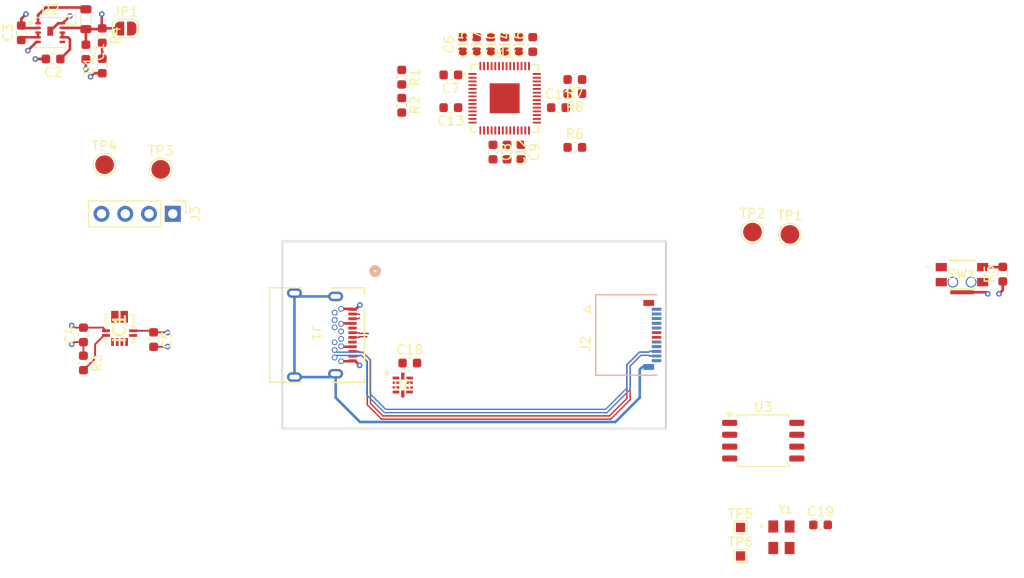
<source format=kicad_pcb>
(kicad_pcb (version 20241229) (generator "pcbnew") (generator_version "9.0")
  (layers (0 "F.Cu" signal) (4 "In1.Cu" signal) (6 "In2.Cu" signal) (2 "B.Cu" signal) (13 "F.Paste" user) (15 "B.Paste" user) (5 "F.SilkS" user "F.Silkscreen") (7 "B.SilkS" user "B.Silkscreen") (1 "F.Mask" user) (3 "B.Mask" user) (25 "Edge.Cuts" user))
  (net 0 "")
  (net 1 "/Vout")
  (net 2 "GND")
  (net 3 "VBUS_SRC")
  (net 4 "Net-(U2-FSW)")
  (net 5 "+3.3V")
  (net 6 "Net-(D1-A)")
  (net 7 "Net-(IC1-~{OCD})")
  (net 11 "VBUS_DEV")
  (net 12 "/Vcurr")
  (net 14 "/SDA")
  (net 15 "/SCL")
  (net 16 "Net-(U2-VOUT)")
  (net 17 "/Vmeas")
  (net 18 "/button1")
  (net 19 "/USB_S")
  (net 20 "/RP_D-")
  (net 21 "/RP_D+")
  (net 26 "Net-(R13-Pad1)")
  (net 31 "/QSPI_SD0")
  (net 37 "/QSPI_SS")
  (net 38 "Net-(U1-USB_DP)")
  (net 39 "/QSPI_SCLK")
  (net 49 "/QSPI_SD1")
  (net 50 "/QSPI_SD3")
  (net 51 "/QSPI_SD2")
  (net 59 "/DEV_D-")
  (net 60 "/D-")
  (net 61 "/D+")
  (net 62 "/DEV_D+")
  (net 63 "/TX1+")
  (net 64 "/TX2+")
  (net 65 "/CC2")
  (net 66 "/RX1+")
  (net 67 "/RX2-")
  (net 68 "/CC1")
  (net 69 "/SBU1")
  (net 70 "/RX2+")
  (net 71 "/SBU2")
  (net 72 "/TX1-")
  (net 73 "/RX1-")
  (net 74 "/TX2-")
  (net 80 "/USB_Shield")
  (net 81 "/DVDD")
  (net 82 "/XOUT")
  (net 83 "/XIN")
  (net 84 "Net-(U1-USB_DM)")
  (net 85 "Net-(C21-Pad1)")
  (footprint "TestPoint:TestPoint_Pad_1.0x1.0mm" (layer "F.Cu") (at 175.975 121.62)
    (property "Reference" "TP6" (at 0 -1.448 0) (layer "F.SilkS"))
    (property "Value" "TestPoint")
    (pad "1" smd rect (at 0 0) (size 1 1) (layers "F.Cu" "F.Mask") (net 2 "GND"))
  )
  (footprint "MCS1826GQTE-05-P:MCS1826GQTE05P" (layer "F.Cu") (at 109.6 97.3 -90)
    (property "Reference" "IC1" (at 0 0 270) (layer "F.SilkS") (effects (font (size 1.27 1.27) (thickness 0.254))))
    (property "Value" "MCS1826GQTE-05-P" (hide yes))
    (pad "1" smd rect (at -1.24 -0.5) (size 0.8 1.27) (layers "F.Cu" "F.Mask" "F.Paste") (net 3 "VBUS_SRC"))
    (pad "4" smd rect (at -1.24 0.5) (size 0.8 1.27) (layers "F.Cu" "F.Mask" "F.Paste") (net 11 "VBUS_DEV"))
    (pad "5" smd rect (at 0.25 1.45 270) (size 0.3 0.85) (layers "F.Cu" "F.Mask" "F.Paste") (net 2 "GND"))
    (pad "6" smd rect (at 0.75 1.45 270) (size 0.3 0.85) (layers "F.Cu" "F.Mask" "F.Paste") (net 7 "Net-(IC1-~{OCD})"))
    (pad "7" smd rect (at 1.45 0.75) (size 0.3 0.85) (layers "F.Cu" "F.Mask" "F.Paste"))
    (pad "8" smd rect (at 1.45 0.25) (size 0.3 0.85) (layers "F.Cu" "F.Mask" "F.Paste"))
    (pad "9" smd rect (at 1.45 -0.25) (size 0.3 0.85) (layers "F.Cu" "F.Mask" "F.Paste"))
    (pad "10" smd rect (at 1.45 -0.75) (size 0.3 0.85) (layers "F.Cu" "F.Mask" "F.Paste"))
    (pad "11" smd rect (at 0.75 -1.45 270) (size 0.3 0.85) (layers "F.Cu" "F.Mask" "F.Paste") (net 12 "/Vcurr"))
    (pad "12" smd rect (at 0.25 -1.45 270) (size 0.3 0.85) (layers "F.Cu" "F.Mask" "F.Paste") (net 5 "+3.3V"))
  )
  (footprint "Capacitor_SMD:C_0603_1608Metric" (layer "F.Cu") (at 106 67.75 -90)
    (property "Reference" "C1" (at 0 -1.43 90) (layer "F.SilkS"))
    (property "Value" "2.2uF")
    (pad "1" smd roundrect (at -0.775 0 270) (size 0.9 0.95) (layers "F.Cu" "F.Mask" "F.Paste") (net 1 "/Vout"))
    (pad "2" smd roundrect (at 0.775 0 270) (size 0.9 0.95) (layers "F.Cu" "F.Mask" "F.Paste") (net 2 "GND"))
  )
  (footprint "TS3USB221AQRSERQ1:RSE10" (layer "F.Cu") (at 139.8726 103.35)
    (property "Reference" "U4" (at 0 0 0) (layer "F.SilkS"))
    (property "Value" "TS3USB221AQRSERQ1")
    (fp_text user "*" (at -1.7148 -1 0) (layer "F.SilkS"))
    (fp_text user "*" (at -1.7148 -1 0) (layer "F.SilkS"))
    (pad "1" smd rect (at -0.7274 -0.750001 90) (size 0.3 0.7048) (layers "F.Cu" "F.Mask" "F.Paste") (net 21 "/RP_D+"))
    (pad "2" smd rect (at -0.7274 -0.25 90) (size 0.249936 0.70485) (layers "F.Cu" "F.Mask" "F.Paste") (net 20 "/RP_D-"))
    (pad "3" smd rect (at -0.7274 0.25 90) (size 0.249936 0.70485) (layers "F.Cu" "F.Mask" "F.Paste") (net 62 "/DEV_D+"))
    (pad "4" smd rect (at -0.7274 0.750001 90) (size 0.3 0.7048) (layers "F.Cu" "F.Mask" "F.Paste") (net 59 "/DEV_D-"))
    (pad "5" smd rect (at 0 0.952444) (size 0.350012 0.754888) (layers "F.Cu" "F.Mask" "F.Paste") (net 2 "GND"))
    (pad "6" smd rect (at 0.7274 0.750001 90) (size 0.3 0.7048) (layers "F.Cu" "F.Mask" "F.Paste") (net 2 "GND"))
    (pad "7" smd rect (at 0.7274 0.25 90) (size 0.249936 0.70485) (layers "F.Cu" "F.Mask" "F.Paste") (net 60 "/D-"))
    (pad "8" smd rect (at 0.7274 -0.25 90) (size 0.249936 0.70485) (layers "F.Cu" "F.Mask" "F.Paste") (net 61 "/D+"))
    (pad "9" smd rect (at 0.7274 -0.750001 90) (size 0.3 0.7048) (layers "F.Cu" "F.Mask" "F.Paste") (net 19 "/USB_S"))
    (pad "10" smd rect (at 0 -0.952444) (size 0.350012 0.754888) (layers "F.Cu" "F.Mask" "F.Paste") (net 5 "+3.3V"))
  )
  (footprint "Capacitor_SMD:C_0603_1608Metric" (layer "F.Cu") (at 149.5125 78.45 -90)
    (property "Reference" "C8" (at 0 -1.43 90) (layer "F.SilkS"))
    (property "Value" "100nF")
    (pad "1" smd roundrect (at -0.775 0 270) (size 0.9 0.95) (layers "F.Cu" "F.Mask" "F.Paste") (net 81 "/DVDD"))
    (pad "2" smd roundrect (at 0.775 0 270) (size 0.9 0.95) (layers "F.Cu" "F.Mask" "F.Paste") (net 2 "GND"))
  )
  (footprint "Connector_PinHeader_2.54mm:PinHeader_1x04_P2.54mm_Vertical" (layer "F.Cu") (at 115.29 85.05 -90)
    (property "Reference" "J3" (at 0 -2.38 90) (layer "F.SilkS"))
    (property "Value" "OLED")
    (pad "1" thru_hole rect (at 0 0 270) (size 1.7 1.7) (drill 1) (layers "*.Cu" "*.Mask") (net 14 "/SDA"))
    (pad "2" thru_hole circle (at 0 2.54 270) (size 1.7 1.7) (drill 1) (layers "*.Cu" "*.Mask") (net 15 "/SCL"))
    (pad "3" thru_hole circle (at 0 5.08 270) (size 1.7 1.7) (drill 1) (layers "*.Cu" "*.Mask") (net 5 "+3.3V"))
    (pad "4" thru_hole circle (at 0 7.62 270) (size 1.7 1.7) (drill 1) (layers "*.Cu" "*.Mask") (net 2 "GND"))
  )
  (footprint "TestPoint:TestPoint_Pad_D2.0mm" (layer "F.Cu") (at 177.25 87)
    (property "Reference" "TP2" (at 0 -1.998 0) (layer "F.SilkS"))
    (property "Value" "TestPoint")
    (pad "1" smd circle (at 0 0) (size 2 2) (layers "F.Cu" "F.Mask") (net 21 "/RP_D+"))
  )
  (footprint "Capacitor_SMD:C_0603_1608Metric" (layer "F.Cu") (at 151.0125 78.45 -90)
    (property "Reference" "C12" (at 0 -1.43 90) (layer "F.SilkS"))
    (property "Value" "100nF")
    (pad "1" smd roundrect (at -0.775 0 270) (size 0.9 0.95) (layers "F.Cu" "F.Mask" "F.Paste") (net 5 "+3.3V"))
    (pad "2" smd roundrect (at 0.775 0 270) (size 0.9 0.95) (layers "F.Cu" "F.Mask" "F.Paste") (net 2 "GND"))
  )
  (footprint "TestPoint:TestPoint_Pad_D2.0mm" (layer "F.Cu") (at 108 79.8)
    (property "Reference" "TP4" (at 0 -1.998 0) (layer "F.SilkS"))
    (property "Value" "TestPoint")
    (pad "1" smd circle (at 0 0) (size 2 2) (layers "F.Cu" "F.Mask") (net 2 "GND"))
  )
  (footprint "KMS231GPLFS:SMT_231GPLFS" (layer "F.Cu") (at 199.6419 91.551252)
    (property "Reference" "SW1" (at 0 0 0) (layer "F.SilkS"))
    (property "Value" "SW_Push_Dual")
    (pad "1" smd rect (at -2.2098 -0.800001) (size 1.1938 0.889) (layers "F.Cu" "F.Mask" "F.Paste"))
    (pad "2" smd rect (at -2.2098 0.800001) (size 1.1938 0.889) (layers "F.Cu" "F.Mask" "F.Paste"))
    (pad "3" smd rect (at 2.2098 0.800001) (size 1.1938 0.889) (layers "F.Cu" "F.Mask" "F.Paste"))
    (pad "4" smd rect (at 2.2098 -0.800001) (size 1.1938 0.889) (layers "F.Cu" "F.Mask" "F.Paste") (net 18 "/button1"))
    (pad "5" smd rect (at 0 1.882) (size 2.499995 0.424993) (layers "F.Cu" "F.Mask" "F.Paste") (net 2 "GND"))
    (pad "6" thru_hole circle (at -0.9751 0.7996) (size 1.153998 1.153998) (drill 0.899998) (layers "*.Cu" "*.Mask"))
    (pad "7" thru_hole circle (at 0.9749 0.7996) (size 1.153998 1.153998) (drill 0.899998) (layers "*.Cu" "*.Mask"))
  )
  (footprint "Capacitor_SMD:C_0603_1608Metric" (layer "F.Cu") (at 107.75 69.25 90)
    (property "Reference" "D1" (at 0 -1.43 90) (layer "F.SilkS"))
    (property "Value" "LED")
    (pad "1" smd roundrect (at -0.775 0 90) (size 0.9 0.95) (layers "F.Cu" "F.Mask" "F.Paste") (net 2 "GND"))
    (pad "2" smd roundrect (at 0.775 0 90) (size 0.9 0.95) (layers "F.Cu" "F.Mask" "F.Paste") (net 6 "Net-(D1-A)"))
  )
  (footprint "ABM8-272-T3:XTAL_ABM8-272-T3" (layer "F.Cu") (at 180.345 119.62)
    (property "Reference" "Y1" (at 0.45 -2.95 0) (layer "F.SilkS") (effects (font (size 0.787402 0.787402))))
    (property "Value" "ABM8-272-T3")
    (pad "1" smd rect (at -0.875 -1.15) (size 1.05 1.3) (layers "F.Cu" "F.Mask" "F.Paste") (net 83 "/XIN"))
    (pad "2" smd rect (at -0.875 1.15) (size 1.05 1.3) (layers "F.Cu" "F.Mask" "F.Paste") (net 2 "GND"))
    (pad "3" smd rect (at 0.875 1.15) (size 1.05 1.3) (layers "F.Cu" "F.Mask" "F.Paste") (net 85 "Net-(C21-Pad1)"))
    (pad "4" smd rect (at 0.875 -1.15) (size 1.05 1.3) (layers "F.Cu" "F.Mask" "F.Paste") (net 2 "GND"))
  )
  (footprint "Capacitor_SMD:C_0603_1608Metric" (layer "F.Cu") (at 156.5125 73.7)
    (property "Reference" "C11" (at 0 -1.43 0) (layer "F.SilkS"))
    (property "Value" "100nF")
    (pad "1" smd roundrect (at -0.775 0) (size 0.9 0.95) (layers "F.Cu" "F.Mask" "F.Paste") (net 5 "+3.3V"))
    (pad "2" smd roundrect (at 0.775 0) (size 0.9 0.95) (layers "F.Cu" "F.Mask" "F.Paste") (net 2 "GND"))
  )
  (footprint "Jumper:SolderJumper-2_P1.3mm_Open_RoundedPad1.0x1.5mm" (layer "F.Cu") (at 110.25 65.25)
    (property "Reference" "JP1" (at 0 -1.8 0) (layer "F.SilkS"))
    (property "Value" "SJ_NO")
    (pad "1" smd custom (at -0.65 0) (size 1 0.5) (layers "F.Cu" "F.Mask") (net 1 "/Vout") (options (clearance outline) (anchor rect)) (primitives (gr_circle (center 0 0.25) (end 0.5 0.25) (width 0) (fill yes)) (gr_circle (center 0 -0.25) (end 0.5 -0.25) (width 0) (fill yes)) (gr_poly (pts (xy 0.5 0.75) (xy 0 0.75) (xy 0 -0.75) (xy 0.5 -0.75)) (width 0) (fill yes))))
    (pad "2" smd custom (at 0.65 0) (size 1 0.5) (layers "F.Cu" "F.Mask") (net 5 "+3.3V") (options (clearance outline) (anchor rect)) (primitives (gr_circle (center 0 0.25) (end 0.5 0.25) (width 0) (fill yes)) (gr_circle (center 0 -0.25) (end 0.5 -0.25) (width 0) (fill yes)) (gr_poly (pts (xy 0 0.75) (xy -0.5 0.75) (xy -0.5 -0.75) (xy 0 -0.75)) (width 0) (fill yes))))
  )
  (footprint "Capacitor_SMD:C_0603_1608Metric" (layer "F.Cu") (at 139.7625 73.45 -90)
    (property "Reference" "R2" (at 0 -1.43 90) (layer "F.SilkS"))
    (property "Value" "2.2kR")
    (pad "1" smd roundrect (at -0.775 0 270) (size 0.9 0.95) (layers "F.Cu" "F.Mask" "F.Paste") (net 17 "/Vmeas"))
    (pad "2" smd roundrect (at 0.775 0 270) (size 0.9 0.95) (layers "F.Cu" "F.Mask" "F.Paste") (net 2 "GND"))
  )
  (footprint "Package_SO:SOIC-8_5.3x5.3mm_P1.27mm" (layer "F.Cu") (at 178.4 109.3)
    (property "Reference" "U3" (at 0 -3.6 0) (layer "F.SilkS"))
    (property "Value" "W25Q16JVSS")
    (pad "1" smd roundrect (at -3.5875 -1.905) (size 1.625 0.65) (layers "F.Cu" "F.Mask" "F.Paste") (net 37 "/QSPI_SS"))
    (pad "2" smd roundrect (at -3.5875 -0.635) (size 1.625 0.65) (layers "F.Cu" "F.Mask" "F.Paste") (net 49 "/QSPI_SD1"))
    (pad "3" smd roundrect (at -3.5875 0.635) (size 1.625 0.65) (layers "F.Cu" "F.Mask" "F.Paste") (net 51 "/QSPI_SD2"))
    (pad "4" smd roundrect (at -3.5875 1.905) (size 1.625 0.65) (layers "F.Cu" "F.Mask" "F.Paste") (net 2 "GND"))
    (pad "5" smd roundrect (at 3.5875 1.905) (size 1.625 0.65) (layers "F.Cu" "F.Mask" "F.Paste") (net 31 "/QSPI_SD0"))
    (pad "6" smd roundrect (at 3.5875 0.635) (size 1.625 0.65) (layers "F.Cu" "F.Mask" "F.Paste") (net 39 "/QSPI_SCLK"))
    (pad "7" smd roundrect (at 3.5875 -0.635) (size 1.625 0.65) (layers "F.Cu" "F.Mask" "F.Paste") (net 50 "/QSPI_SD3"))
    (pad "8" smd roundrect (at 3.5875 -1.905) (size 1.625 0.65) (layers "F.Cu" "F.Mask" "F.Paste") (net 5 "+3.3V"))
  )
  (footprint "Package_DFN_QFN:ST_DFN-10-1EP_3x3mm_P0.5mm_EP0.62x0.98mm" (layer "F.Cu") (at 102.19 65.68)
    (property "Reference" "U2" (at 0 -2.45 0) (layer "F.SilkS"))
    (property "Value" "L7983PU33R")
    (pad "1" smd roundrect (at -1.3 -1) (size 0.6 0.25) (layers "F.Cu" "F.Mask" "F.Paste") (net 16 "Net-(U2-VOUT)"))
    (pad "2" smd roundrect (at -1.3 -0.5) (size 0.6 0.25) (layers "F.Cu" "F.Mask" "F.Paste") (net 2 "GND"))
    (pad "3" smd roundrect (at -1.3 0) (size 0.6 0.25) (layers "F.Cu" "F.Mask" "F.Paste") (net 4 "Net-(U2-FSW)"))
    (pad "4" smd roundrect (at -1.3 0.5) (size 0.6 0.25) (layers "F.Cu" "F.Mask" "F.Paste") (net 4 "Net-(U2-FSW)"))
    (pad "5" smd roundrect (at -1.3 1) (size 0.6 0.25) (layers "F.Cu" "F.Mask" "F.Paste") (net 1 "/Vout"))
    (pad "6" smd roundrect (at 1.3 1) (size 0.6 0.25) (layers "F.Cu" "F.Mask" "F.Paste"))
    (pad "7" smd roundrect (at 1.3 0.5) (size 0.6 0.25) (layers "F.Cu" "F.Mask" "F.Paste") (net 3 "VBUS_SRC"))
    (pad "8" smd roundrect (at 1.3 0) (size 0.6 0.25) (layers "F.Cu" "F.Mask" "F.Paste") (net 3 "VBUS_SRC"))
    (pad "9" smd roundrect (at 1.3 -0.5) (size 0.6 0.25) (layers "F.Cu" "F.Mask" "F.Paste") (net 1 "/Vout"))
    (pad "10" smd roundrect (at 1.3 -1) (size 0.6 0.25) (layers "F.Cu" "F.Mask" "F.Paste") (net 2 "GND"))
    (pad "11" smd rect (at 0 -0.15) (size 0.62 0.98) (property pad_prop_heatsink) (layers "F.Cu" "F.Mask") (net 2 "GND"))
  )
  (footprint "USB4056-03-A:CONN24_4056-03-A_GCT" (layer "F.Cu") (at 134.5 95.259306 -90)
    (property "Reference" "J1" (at 2.54 3.81 270) (layer "F.SilkS"))
    (property "Value" "USB_C_Receptacle")
    (pad "" np_thru_hole circle (at -0.849307 0.565 270) (size 0.6604 0.6604) (drill 0.6604) (layers "*.Cu" "*.Mask"))
    (pad "" np_thru_hole circle (at 6.350693 0.565 270) (size 0.6604 0.6604) (drill 0.6604) (layers "*.Cu" "*.Mask"))
    (pad "A1" smd rect (at 0 0 270) (size 0.3048 0.889) (layers "F.Cu" "F.Mask" "F.Paste") (net 2 "GND"))
    (pad "A2" smd rect (at 0.500126 0 270) (size 0.3048 0.889) (layers "F.Cu" "F.Mask" "F.Paste") (net 63 "/TX1+"))
    (pad "A3" smd rect (at 1.000252 0 270) (size 0.3048 0.889) (layers "F.Cu" "F.Mask" "F.Paste") (net 72 "/TX1-"))
    (pad "A4" smd rect (at 1.500378 0 270) (size 0.3048 0.889) (layers "F.Cu" "F.Mask" "F.Paste") (net 11 "VBUS_DEV"))
    (pad "A5" smd rect (at 2.000504 0 270) (size 0.3048 0.889) (layers "F.Cu" "F.Mask" "F.Paste") (net 68 "/CC1"))
    (pad "A6" smd rect (at 2.50063 0 270) (size 0.3048 0.889) (layers "F.Cu" "F.Mask" "F.Paste") (net 62 "/DEV_D+"))
    (pad "A7" smd rect (at 3.000756 0 270) (size 0.3048 0.889) (layers "F.Cu" "F.Mask" "F.Paste") (net 59 "/DEV_D-"))
    (pad "A8" smd rect (at 3.500882 0 270) (size 0.3048 0.889) (layers "F.Cu" "F.Mask" "F.Paste") (net 69 "/SBU1"))
    (pad "A9" smd rect (at 4.001008 0 270) (size 0.3048 0.889) (layers "F.Cu" "F.Mask" "F.Paste") (net 11 "VBUS_DEV"))
    (pad "A10" smd rect (at 4.501134 0 270) (size 0.3048 0.889) (layers "F.Cu" "F.Mask" "F.Paste") (net 67 "/RX2-"))
    (pad "A11" smd rect (at 5.00126 0 270) (size 0.3048 0.889) (layers "F.Cu" "F.Mask" "F.Paste") (net 70 "/RX2+"))
    (pad "A12" smd rect (at 5.501386 0 270) (size 0.3048 0.889) (layers "F.Cu" "F.Mask" "F.Paste") (net 2 "GND"))
    (pad "B1" thru_hole circle (at 5.550886 1.215 270) (size 0.6096 0.6096) (drill 0.4064) (layers "*.Cu" "*.Mask") (net 2 "GND"))
    (pad "B2" thru_hole circle (at 5.15076 1.915 270) (size 0.6096 0.6096) (drill 0.4064) (layers "*.Cu" "*.Mask") (net 64 "/TX2+"))
    (pad "B3" thru_hole circle (at 4.350634 1.915 270) (size 0.6096 0.6096) (drill 0.4064) (layers "*.Cu" "*.Mask") (net 74 "/TX2-"))
    (pad "B4" thru_hole circle (at 3.950508 1.215 270) (size 0.6096 0.6096) (drill 0.4064) (layers "*.Cu" "*.Mask") (net 11 "VBUS_DEV"))
    (pad "B5" thru_hole circle (at 3.525882 1.915 270) (size 0.6096 0.6096) (drill 0.4064) (layers "*.Cu" "*.Mask") (net 65 "/CC2"))
    (pad "B6" thru_hole circle (at 3.163256 1.215 270) (size 0.6096 0.6096) (drill 0.4064) (layers "*.Cu" "*.Mask") (net 62 "/DEV_D+"))
    (pad "B7" thru_hole circle (at 2.36313 1.215 270) (size 0.6096 0.6096) (drill 0.4064) (layers "*.Cu" "*.Mask") (net 59 "/DEV_D-"))
    (pad "B8" thru_hole circle (at 1.925504 1.915 270) (size 0.6096 0.6096) (drill 0.4064) (layers "*.Cu" "*.Mask") (net 71 "/SBU2"))
    (pad "B9" thru_hole circle (at 1.550878 1.215 270) (size 0.6096 0.6096) (drill 0.4064) (layers "*.Cu" "*.Mask") (net 11 "VBUS_DEV"))
    (pad "B10" thru_hole circle (at 1.150752 1.915 270) (size 0.6096 0.6096) (drill 0.4064) (layers "*.Cu" "*.Mask") (net 73 "/RX1-"))
    (pad "B11" thru_hole circle (at 0.350626 1.915 270) (size 0.6096 0.6096) (drill 0.4064) (layers "*.Cu" "*.Mask") (net 66 "/RX1+"))
    (pad "B12" thru_hole circle (at -0.0495 1.215 270) (size 0.6096 0.6096) (drill 0.4064) (layers "*.Cu" "*.Mask") (net 2 "GND"))
    (pad "SH1" thru_hole oval (at -1.379306 1.805) (size 1.6002 1.016) (drill oval 1.0922 0.508) (layers "*.Cu" "*.Mask") (net 80 "/USB_Shield"))
    (pad "SH2" thru_hole oval (at -1.739308 6.205) (size 1.6002 1.016) (drill oval 1.0922 0.508) (layers "*.Cu" "*.Mask") (net 80 "/USB_Shield"))
    (pad "SH3" thru_hole oval (at 6.880692 1.805) (size 1.6002 1.016) (drill oval 1.0922 0.508) (layers "*.Cu" "*.Mask") (net 80 "/USB_Shield"))
    (pad "SH4" thru_hole oval (at 7.240694 6.205) (size 1.6002 1.016) (drill oval 1.0922 0.508) (layers "*.Cu" "*.Mask") (net 80 "/USB_Shield"))
  )
  (footprint "Inductor_SMD:L_0805_2012Metric" (layer "F.Cu") (at 106 64.25 90)
    (property "Reference" "L1" (at 0 -1.55 90) (layer "F.SilkS"))
    (property "Value" "47uH")
    (pad "1" smd roundrect (at -1.0625 0 90) (size 0.875 1.2) (layers "F.Cu" "F.Mask" "F.Paste") (net 1 "/Vout"))
    (pad "2" smd roundrect (at 1.0625 0 90) (size 0.875 1.2) (layers "F.Cu" "F.Mask" "F.Paste") (net 16 "Net-(U2-VOUT)"))
  )
  (footprint "Capacitor_SMD:C_0603_1608Metric" (layer "F.Cu") (at 184.525 118.3)
    (property "Reference" "C19" (at 0 -1.43 0) (layer "F.SilkS"))
    (property "Value" "100nF")
    (pad "1" smd roundrect (at -0.775 0) (size 0.9 0.95) (layers "F.Cu" "F.Mask" "F.Paste") (net 5 "+3.3V"))
    (pad "2" smd roundrect (at 0.775 0) (size 0.9 0.95) (layers "F.Cu" "F.Mask" "F.Paste") (net 2 "GND"))
  )
  (footprint "Capacitor_SMD:C_0603_1608Metric" (layer "F.Cu") (at 145.0125 73.7 180)
    (property "Reference" "C13" (at 0 -1.43 0) (layer "F.SilkS"))
    (property "Value" "100nF")
    (pad "1" smd roundrect (at -0.775 0 180) (size 0.9 0.95) (layers "F.Cu" "F.Mask" "F.Paste") (net 5 "+3.3V"))
    (pad "2" smd roundrect (at 0.775 0 180) (size 0.9 0.95) (layers "F.Cu" "F.Mask" "F.Paste") (net 2 "GND"))
  )
  (footprint "TestPoint:TestPoint_Pad_D2.0mm" (layer "F.Cu") (at 181.25 87.25)
    (property "Reference" "TP1" (at 0 -1.998 0) (layer "F.SilkS"))
    (property "Value" "TestPoint")
    (pad "1" smd circle (at 0 0) (size 2 2) (layers "F.Cu" "F.Mask") (net 20 "/RP_D-"))
  )
  (footprint "Capacitor_SMD:C_0603_1608Metric" (layer "F.Cu") (at 102.5 68.5 180)
    (property "Reference" "C2" (at 0 -1.43 0) (layer "F.SilkS"))
    (property "Value" "1uF")
    (pad "1" smd roundrect (at -0.775 0 180) (size 0.9 0.95) (layers "F.Cu" "F.Mask" "F.Paste") (net 3 "VBUS_SRC"))
    (pad "2" smd roundrect (at 0.775 0 180) (size 0.9 0.95) (layers "F.Cu" "F.Mask" "F.Paste") (net 2 "GND"))
  )
  (footprint "Capacitor_SMD:C_0603_1608Metric" (layer "F.Cu") (at 152.2625 66.95 90)
    (property "Reference" "C14" (at 0 -1.43 90) (layer "F.SilkS"))
    (property "Value" "100nF")
    (pad "1" smd roundrect (at -0.775 0 90) (size 0.9 0.95) (layers "F.Cu" "F.Mask" "F.Paste") (net 5 "+3.3V"))
    (pad "2" smd roundrect (at 0.775 0 90) (size 0.9 0.95) (layers "F.Cu" "F.Mask" "F.Paste") (net 2 "GND"))
  )
  (footprint "TestPoint:TestPoint_Pad_D2.0mm" (layer "F.Cu") (at 114 80.3)
    (property "Reference" "TP3" (at 0 -1.998 0) (layer "F.SilkS"))
    (property "Value" "TestPoint")
    (pad "1" smd circle (at 0 0) (size 2 2) (layers "F.Cu" "F.Mask") (net 5 "+3.3V"))
  )
  (footprint "TestPoint:TestPoint_Pad_1.0x1.0mm" (layer "F.Cu") (at 175.975 118.57)
    (property "Reference" "TP5" (at 0 -1.448 0) (layer "F.SilkS"))
    (property "Value" "TestPoint")
    (pad "1" smd rect (at 0 0) (size 1 1) (layers "F.Cu" "F.Mask") (net 26 "Net-(R13-Pad1)"))
  )
  (footprint "Capacitor_SMD:C_0603_1608Metric" (layer "F.Cu") (at 145.0125 70.2 180)
    (property "Reference" "C7" (at 0 -1.43 0) (layer "F.SilkS"))
    (property "Value" "100nF")
    (pad "1" smd roundrect (at -0.775 0 180) (size 0.9 0.95) (layers "F.Cu" "F.Mask" "F.Paste") (net 5 "+3.3V"))
    (pad "2" smd roundrect (at 0.775 0 180) (size 0.9 0.95) (layers "F.Cu" "F.Mask" "F.Paste") (net 2 "GND"))
  )
  (footprint "538-105444-0011:MOLEX_1054440011" (layer "F.Cu") (at 168 98 90)
    (property "Reference" "J2" (at -0.9525 -8.5725 90) (layer "F.SilkS"))
    (property "Value" "USB_C_Plug")
    (fp_line (start 4.3 -2) (end 4.3 -1.26) (stroke (width 0.01)) (layer "Edge.Cuts"))
    (fp_line (start -4.3 -1.26) (end -4.3 -2.025) (stroke (width 0.01)) (layer "Edge.Cuts"))
    (fp_line (start 4 -0.96) (end 3.35 -0.96) (stroke (width 0.01)) (layer "Edge.Cuts"))
    (fp_line (start -3.35 -0.96) (end -4 -0.96) (stroke (width 0.01)) (layer "Edge.Cuts"))
    (fp_line (start 3.05 -0.66) (end 3.05 -0.3) (stroke (width 0.01)) (layer "Edge.Cuts"))
    (fp_line (start -3.05 -0.3) (end -3.05 -0.66) (stroke (width 0.01)) (layer "Edge.Cuts"))
    (fp_line (start 2.75 0) (end -2.75 0) (stroke (width 0.01)) (layer "Edge.Cuts"))
    (fp_arc (start 4.3 -1.26) (mid 4.212132 -1.047868) (end 4 -0.96) (stroke (width 0.01)) (layer "Edge.Cuts"))
    (fp_arc (start -3.35 -0.96) (mid -3.137868 -0.872132) (end -3.05 -0.66) (stroke (width 0.01)) (layer "Edge.Cuts"))
    (fp_arc (start -4 -0.96) (mid -4.212132 -1.047868) (end -4.3 -1.26) (stroke (width 0.01)) (layer "Edge.Cuts"))
    (fp_arc (start 3.05 -0.66) (mid 3.137868 -0.872132) (end 3.35 -0.96) (stroke (width 0.01)) (layer "Edge.Cuts"))
    (fp_arc (start 3.05 -0.3) (mid 2.962132 -0.087868) (end 2.75 0) (stroke (width 0.01)) (layer "Edge.Cuts"))
    (fp_arc (start -2.75 0) (mid -2.962132 -0.087868) (end -3.05 -0.3) (stroke (width 0.01)) (layer "Edge.Cuts"))
    (pad "A1" smd rect (at 2.75 -1 90) (size 0.298 1) (layers "F.Cu" "F.Paste") (net 2 "GND"))
    (pad "A2" smd rect (at 2.25 -1 90) (size 0.298 1) (layers "F.Cu" "F.Paste") (net 63 "/TX1+"))
    (pad "A3" smd rect (at 1.75 -1 90) (size 0.298 1) (layers "F.Cu" "F.Paste") (net 72 "/TX1-"))
    (pad "A4" smd rect (at 1.25 -1 90) (size 0.298 1) (layers "F.Cu" "F.Paste") (net 3 "VBUS_SRC"))
    (pad "A5" smd rect (at 0.75 -1 90) (size 0.298 1) (layers "F.Cu" "F.Paste") (net 68 "/CC1"))
    (pad "A6" smd rect (at 0.25 -1 90) (size 0.298 1) (layers "F.Cu" "F.Paste") (net 61 "/D+"))
    (pad "A7" smd rect (at -0.25 -1 90) (size 0.298 1) (layers "F.Cu" "F.Paste") (net 60 "/D-"))
    (pad "A8" smd rect (at -0.75 -1 90) (size 0.298 1) (layers "F.Cu" "F.Paste") (net 69 "/SBU1"))
    (pad "A9" smd rect (at -1.25 -1 90) (size 0.298 1) (layers "F.Cu" "F.Paste") (net 3 "VBUS_SRC"))
    (pad "A10" smd rect (at -1.75 -1 90) (size 0.298 1) (layers "F.Cu" "F.Paste") (net 67 "/RX2-"))
    (pad "A11" smd rect (at -2.25 -1 90) (size 0.298 1) (layers "F.Cu" "F.Paste") (net 70 "/RX2+"))
    (pad "A12" smd rect (at -2.75 -1 90) (size 0.298 1) (layers "F.Cu" "F.Paste") (net 2 "GND"))
    (pad "B1" smd rect (at -2.75 -1 90) (size 0.298 1) (layers "B.Cu" "B.Paste") (net 2 "GND"))
    (pad "B2" smd rect (at -2.25 -1 90) (size 0.298 1) (layers "B.Cu" "B.Paste") (net 64 "/TX2+"))
    (pad "B3" smd rect (at -1.75 -1 90) (size 0.298 1) (layers "B.Cu" "B.Paste") (net 74 "/TX2-"))
    (pad "B4" smd rect (at -1.25 -1 90) (size 0.298 1) (layers "B.Cu" "B.Paste") (net 3 "VBUS_SRC"))
    (pad "B5" smd rect (at -0.75 -1 90) (size 0.298 1) (layers "B.Cu" "B.Paste") (net 65 "/CC2"))
    (pad "B8" smd rect (at 0.75 -1 90) (size 0.298 1) (layers "B.Cu" "B.Paste") (net 71 "/SBU2"))
    (pad "B9" smd rect (at 1.25 -1 90) (size 0.298 1) (layers "B.Cu" "B.Paste") (net 3 "VBUS_SRC"))
    (pad "B10" smd rect (at 1.75 -1 90) (size 0.298 1) (layers "B.Cu" "B.Paste") (net 73 "/RX1-"))
    (pad "B11" smd rect (at 2.25 -1 90) (size 0.298 1) (layers "B.Cu" "B.Paste") (net 66 "/RX1+"))
    (pad "B12" smd rect (at 2.75 -1 90) (size 0.298 1) (layers "B.Cu" "B.Paste") (net 2 "GND"))
    (pad "SH1" smd rect (at 3.42 -1.84 90) (size 0.63 1.15) (layers "F.Cu" "F.Paste") (net 80 "/USB_Shield"))
    (pad "SH2" smd rect (at -3.42 -1.84 90) (size 0.63 1.15) (layers "B.Cu" "B.Paste") (net 80 "/USB_Shield"))
  )
  (footprint "Capacitor_SMD:C_0603_1608Metric" (layer "F.Cu") (at 158.2625 70.7 180)
    (property "Reference" "R7" (at 0 -1.43 0) (layer "F.SilkS"))
    (property "Value" "2.2kR")
    (pad "1" smd roundrect (at -0.775 0 180) (size 0.9 0.95) (layers "F.Cu" "F.Mask" "F.Paste") (net 5 "+3.3V"))
    (pad "2" smd roundrect (at 0.775 0 180) (size 0.9 0.95) (layers "F.Cu" "F.Mask" "F.Paste") (net 14 "/SDA"))
  )
  (footprint "Capacitor_SMD:C_0603_1608Metric" (layer "F.Cu") (at 158.2625 77.95)
    (property "Reference" "R6" (at 0 -1.43 0) (layer "F.SilkS"))
    (property "Value" "2.2kR")
    (pad "1" smd roundrect (at -0.775 0) (size 0.9 0.95) (layers "F.Cu" "F.Mask" "F.Paste") (net 19 "/USB_S"))
    (pad "2" smd roundrect (at 0.775 0) (size 0.9 0.95) (layers "F.Cu" "F.Mask" "F.Paste") (net 2 "GND"))
  )
  (footprint "Capacitor_SMD:C_0603_1608Metric" (layer "F.Cu") (at 140.625 101)
    (property "Reference" "C18" (at 0 -1.43 0) (layer "F.SilkS"))
    (property "Value" "1uF")
    (pad "1" smd roundrect (at -0.775 0) (size 0.9 0.95) (layers "F.Cu" "F.Mask" "F.Paste") (net 5 "+3.3V"))
    (pad "2" smd roundrect (at 0.775 0) (size 0.9 0.95) (layers "F.Cu" "F.Mask" "F.Paste") (net 2 "GND"))
  )
  (footprint "Capacitor_SMD:C_0603_1608Metric" (layer "F.Cu") (at 204 91.5 90)
    (property "Reference" "R5" (at 0 -1.43 90) (layer "F.SilkS"))
    (property "Value" "2.2kR")
    (pad "1" smd roundrect (at -0.775 0 90) (size 0.9 0.95) (layers "F.Cu" "F.Mask" "F.Paste") (net 5 "+3.3V"))
    (pad "2" smd roundrect (at 0.775 0 90) (size 0.9 0.95) (layers "F.Cu" "F.Mask" "F.Paste") (net 18 "/button1"))
  )
  (footprint "Capacitor_SMD:C_0603_1608Metric" (layer "F.Cu") (at 105.74 97.99 90)
    (property "Reference" "C4" (at 0 -1.43 90) (layer "F.SilkS"))
    (property "Value" "100nF")
    (pad "1" smd roundrect (at -0.775 0 90) (size 0.9 0.95) (layers "F.Cu" "F.Mask" "F.Paste") (net 5 "+3.3V"))
    (pad "2" smd roundrect (at 0.775 0 90) (size 0.9 0.95) (layers "F.Cu" "F.Mask" "F.Paste") (net 2 "GND"))
  )
  (footprint "Capacitor_SMD:C_0603_1608Metric" (layer "F.Cu") (at 147.7625 66.95 90)
    (property "Reference" "C15" (at 0 -1.43 90) (layer "F.SilkS"))
    (property "Value" "100nF")
    (pad "1" smd roundrect (at -0.775 0 90) (size 0.9 0.95) (layers "F.Cu" "F.Mask" "F.Paste") (net 5 "+3.3V"))
    (pad "2" smd roundrect (at 0.775 0 90) (size 0.9 0.95) (layers "F.Cu" "F.Mask" "F.Paste") (net 2 "GND"))
  )
  (footprint "Capacitor_SMD:C_0603_1608Metric" (layer "F.Cu") (at 153.7625 66.95 90)
    (property "Reference" "C16" (at 0 -1.43 90) (layer "F.SilkS"))
    (property "Value" "100nF")
    (pad "1" smd roundrect (at -0.775 0 90) (size 0.9 0.95) (layers "F.Cu" "F.Mask" "F.Paste") (net 81 "/DVDD"))
    (pad "2" smd roundrect (at 0.775 0 90) (size 0.9 0.95) (layers "F.Cu" "F.Mask" "F.Paste") (net 2 "GND"))
  )
  (footprint "Capacitor_SMD:C_0603_1608Metric" (layer "F.Cu") (at 149.2625 66.95 90)
    (property "Reference" "C17" (at 0 -1.43 90) (layer "F.SilkS"))
    (property "Value" "1uF")
    (pad "1" smd roundrect (at -0.775 0 90) (size 0.9 0.95) (layers "F.Cu" "F.Mask" "F.Paste") (net 81 "/DVDD"))
    (pad "2" smd roundrect (at 0.775 0 90) (size 0.9 0.95) (layers "F.Cu" "F.Mask" "F.Paste") (net 2 "GND"))
  )
  (footprint "Package_DFN_QFN:QFN-56-1EP_7x7mm_P0.4mm_EP3.2x3.2mm" (layer "F.Cu") (at 150.7625 72.7)
    (property "Reference" "U1" (at 0 -4.83 0) (layer "F.SilkS"))
    (property "Value" "RP2040")
    (pad "1" smd roundrect (at -3.4375 -2.6) (size 0.875 0.2) (layers "F.Cu" "F.Mask" "F.Paste") (net 5 "+3.3V"))
    (pad "2" smd roundrect (at -3.4375 -2.2) (size 0.875 0.2) (layers "F.Cu" "F.Mask" "F.Paste"))
    (pad "3" smd roundrect (at -3.4375 -1.8) (size 0.875 0.2) (layers "F.Cu" "F.Mask" "F.Paste"))
    (pad "4" smd roundrect (at -3.4375 -1.4) (size 0.875 0.2) (layers "F.Cu" "F.Mask" "F.Paste"))
    (pad "5" smd roundrect (at -3.4375 -1) (size 0.875 0.2) (layers "F.Cu" "F.Mask" "F.Paste"))
    (pad "6" smd roundrect (at -3.4375 -0.6) (size 0.875 0.2) (layers "F.Cu" "F.Mask" "F.Paste"))
    (pad "7" smd roundrect (at -3.4375 -0.2) (size 0.875 0.2) (layers "F.Cu" "F.Mask" "F.Paste"))
    (pad "8" smd roundrect (at -3.4375 0.2) (size 0.875 0.2) (layers "F.Cu" "F.Mask" "F.Paste") (net 14 "/SDA"))
    (pad "9" smd roundrect (at -3.4375 0.6) (size 0.875 0.2) (layers "F.Cu" "F.Mask" "F.Paste") (net 15 "/SCL"))
    (pad "10" smd roundrect (at -3.4375 1) (size 0.875 0.2) (layers "F.Cu" "F.Mask" "F.Paste") (net 5 "+3.3V"))
    (pad "11" smd roundrect (at -3.4375 1.4) (size 0.875 0.2) (layers "F.Cu" "F.Mask" "F.Paste"))
    (pad "12" smd roundrect (at -3.4375 1.8) (size 0.875 0.2) (layers "F.Cu" "F.Mask" "F.Paste") (net 18 "/button1"))
    (pad "13" smd roundrect (at -3.4375 2.2) (size 0.875 0.2) (layers "F.Cu" "F.Mask" "F.Paste"))
    (pad "14" smd roundrect (at -3.4375 2.6) (size 0.875 0.2) (layers "F.Cu" "F.Mask" "F.Paste") (net 19 "/USB_S"))
    (pad "15" smd roundrect (at -2.6 3.4375) (size 0.2 0.875) (layers "F.Cu" "F.Mask" "F.Paste"))
    (pad "16" smd roundrect (at -2.2 3.4375) (size 0.2 0.875) (layers "F.Cu" "F.Mask" "F.Paste"))
    (pad "17" smd roundrect (at -1.8 3.4375) (size 0.2 0.875) (layers "F.Cu" "F.Mask" "F.Paste"))
    (pad "18" smd roundrect (at -1.4 3.4375) (size 0.2 0.875) (layers "F.Cu" "F.Mask" "F.Paste"))
    (pad "19" smd roundrect (at -1 3.4375) (size 0.2 0.875) (layers "F.Cu" "F.Mask" "F.Paste"))
    (pad "20" smd roundrect (at -0.6 3.4375) (size 0.2 0.875) (layers "F.Cu" "F.Mask" "F.Paste") (net 83 "/XIN"))
    (pad "21" smd roundrect (at -0.2 3.4375) (size 0.2 0.875) (layers "F.Cu" "F.Mask" "F.Paste") (net 82 "/XOUT"))
    (pad "22" smd roundrect (at 0.2 3.4375) (size 0.2 0.875) (layers "F.Cu" "F.Mask" "F.Paste") (net 5 "+3.3V"))
    (pad "23" smd roundrect (at 0.6 3.4375) (size 0.2 0.875) (layers "F.Cu" "F.Mask" "F.Paste") (net 81 "/DVDD"))
    (pad "24" smd roundrect (at 1 3.4375) (size 0.2 0.875) (layers "F.Cu" "F.Mask" "F.Paste"))
    (pad "25" smd roundrect (at 1.4 3.4375) (size 0.2 0.875) (layers "F.Cu" "F.Mask" "F.Paste"))
    (pad "26" smd roundrect (at 1.8 3.4375) (size 0.2 0.875) (layers "F.Cu" "F.Mask" "F.Paste"))
    (pad "27" smd roundrect (at 2.2 3.4375) (size 0.2 0.875) (layers "F.Cu" "F.Mask" "F.Paste"))
    (pad "28" smd roundrect (at 2.6 3.4375) (size 0.2 0.875) (layers "F.Cu" "F.Mask" "F.Paste"))
    (pad "29" smd roundrect (at 3.4375 2.6) (size 0.875 0.2) (layers "F.Cu" "F.Mask" "F.Paste"))
    (pad "30" smd roundrect (at 3.4375 2.2) (size 0.875 0.2) (layers "F.Cu" "F.Mask" "F.Paste"))
    (pad "31" smd roundrect (at 3.4375 1.8) (size 0.875 0.2) (layers "F.Cu" "F.Mask" "F.Paste"))
    (pad "32" smd roundrect (at 3.4375 1.4) (size 0.875 0.2) (layers "F.Cu" "F.Mask" "F.Paste"))
    (pad "33" smd roundrect (at 3.4375 1) (size 0.875 0.2) (layers "F.Cu" "F.Mask" "F.Paste") (net 5 "+3.3V"))
    (pad "34" smd roundrect (at 3.4375 0.6) (size 0.875 0.2) (layers "F.Cu" "F.Mask" "F.Paste"))
    (pad "35" smd roundrect (at 3.4375 0.2) (size 0.875 0.2) (layers "F.Cu" "F.Mask" "F.Paste"))
    (pad "36" smd roundrect (at 3.4375 -0.2) (size 0.875 0.2) (layers "F.Cu" "F.Mask" "F.Paste"))
    (pad "37" smd roundrect (at 3.4375 -0.6) (size 0.875 0.2) (layers "F.Cu" "F.Mask" "F.Paste"))
    (pad "38" smd roundrect (at 3.4375 -1) (size 0.875 0.2) (layers "F.Cu" "F.Mask" "F.Paste") (net 12 "/Vcurr"))
    (pad "39" smd roundrect (at 3.4375 -1.4) (size 0.875 0.2) (layers "F.Cu" "F.Mask" "F.Paste") (net 17 "/Vmeas"))
    (pad "40" smd roundrect (at 3.4375 -1.8) (size 0.875 0.2) (layers "F.Cu" "F.Mask" "F.Paste"))
    (pad "41" smd roundrect (at 3.4375 -2.2) (size 0.875 0.2) (layers "F.Cu" "F.Mask" "F.Paste"))
    (pad "42" smd roundrect (at 3.4375 -2.6) (size 0.875 0.2) (layers "F.Cu" "F.Mask" "F.Paste") (net 5 "+3.3V"))
    (pad "43" smd roundrect (at 2.6 -3.4375) (size 0.2 0.875) (layers "F.Cu" "F.Mask" "F.Paste") (net 5 "+3.3V"))
    (pad "44" smd roundrect (at 2.2 -3.4375) (size 0.2 0.875) (layers "F.Cu" "F.Mask" "F.Paste") (net 5 "+3.3V"))
    (pad "45" smd roundrect (at 1.8 -3.4375) (size 0.2 0.875) (layers "F.Cu" "F.Mask" "F.Paste") (net 81 "/DVDD"))
    (pad "46" smd roundrect (at 1.4 -3.4375) (size 0.2 0.875) (layers "F.Cu" "F.Mask" "F.Paste") (net 84 "Net-(U1-USB_DM)"))
    (pad "47" smd roundrect (at 1 -3.4375) (size 0.2 0.875) (layers "F.Cu" "F.Mask" "F.Paste") (net 38 "Net-(U1-USB_DP)"))
    (pad "48" smd roundrect (at 0.6 -3.4375) (size 0.2 0.875) (layers "F.Cu" "F.Mask" "F.Paste") (net 5 "+3.3V"))
    (pad "49" smd roundrect (at 0.2 -3.4375) (size 0.2 0.875) (layers "F.Cu" "F.Mask" "F.Paste") (net 5 "+3.3V"))
    (pad "50" smd roundrect (at -0.2 -3.4375) (size 0.2 0.875) (layers "F.Cu" "F.Mask" "F.Paste") (net 81 "/DVDD"))
    (pad "51" smd roundrect (at -0.6 -3.4375) (size 0.2 0.875) (layers "F.Cu" "F.Mask" "F.Paste") (net 50 "/QSPI_SD3"))
    (pad "52" smd roundrect (at -1 -3.4375) (size 0.2 0.875) (layers "F.Cu" "F.Mask" "F.Paste") (net 39 "/QSPI_SCLK"))
    (pad "53" smd roundrect (at -1.4 -3.4375) (size 0.2 0.875) (layers "F.Cu" "F.Mask" "F.Paste") (net 31 "/QSPI_SD0"))
    (pad "54" smd roundrect (at -1.8 -3.4375) (size 0.2 0.875) (layers "F.Cu" "F.Mask" "F.Paste") (net 51 "/QSPI_SD2"))
    (pad "55" smd roundrect (at -2.2 -3.4375) (size 0.2 0.875) (layers "F.Cu" "F.Mask" "F.Paste") (net 49 "/QSPI_SD1"))
    (pad "56" smd roundrect (at -2.6 -3.4375) (size 0.2 0.875) (layers "F.Cu" "F.Mask" "F.Paste") (net 37 "/QSPI_SS"))
    (pad "57" smd rect (at 0 0) (size 3.2 3.2) (property pad_prop_heatsink) (layers "F.Cu" "F.Mask") (net 2 "GND"))
  )
  (footprint "Capacitor_SMD:C_0603_1608Metric" (layer "F.Cu") (at 107.75 66 -90)
    (property "Reference" "R4" (at 0 -1.43 90) (layer "F.SilkS"))
    (property "Value" "500R")
    (pad "1" smd roundrect (at -0.775 0 270) (size 0.9 0.95) (layers "F.Cu" "F.Mask" "F.Paste") (net 1 "/Vout"))
    (pad "2" smd roundrect (at 0.775 0 270) (size 0.9 0.95) (layers "F.Cu" "F.Mask" "F.Paste") (net 6 "Net-(D1-A)"))
  )
  (footprint "Capacitor_SMD:C_0603_1608Metric" (layer "F.Cu") (at 150.7625 66.95 90)
    (property "Reference" "C10" (at 0 -1.43 90) (layer "F.SilkS"))
    (property "Value" "100nF")
    (pad "1" smd roundrect (at -0.775 0 90) (size 0.9 0.95) (layers "F.Cu" "F.Mask" "F.Paste") (net 5 "+3.3V"))
    (pad "2" smd roundrect (at 0.775 0 90) (size 0.9 0.95) (layers "F.Cu" "F.Mask" "F.Paste") (net 2 "GND"))
  )
  (footprint "Capacitor_SMD:C_0603_1608Metric" (layer "F.Cu") (at 113.24 98.49 -90)
    (property "Reference" "C5" (at 0 -1.43 90) (layer "F.SilkS"))
    (property "Value" "1uF")
    (pad "1" smd roundrect (at -0.775 0 270) (size 0.9 0.95) (layers "F.Cu" "F.Mask" "F.Paste") (net 5 "+3.3V"))
    (pad "2" smd roundrect (at 0.775 0 270) (size 0.9 0.95) (layers "F.Cu" "F.Mask" "F.Paste") (net 2 "GND"))
  )
  (footprint "Capacitor_SMD:C_0603_1608Metric" (layer "F.Cu") (at 158.2625 72.2 180)
    (property "Reference" "R8" (at 0 -1.43 0) (layer "F.SilkS"))
    (property "Value" "2.2kR")
    (pad "1" smd roundrect (at -0.775 0 180) (size 0.9 0.95) (layers "F.Cu" "F.Mask" "F.Paste") (net 5 "+3.3V"))
    (pad "2" smd roundrect (at 0.775 0 180) (size 0.9 0.95) (layers "F.Cu" "F.Mask" "F.Paste") (net 15 "/SCL"))
  )
  (footprint "Capacitor_SMD:C_0603_1608Metric" (layer "F.Cu") (at 139.7625 70.45 -90)
    (property "Reference" "R1" (at 0 -1.43 90) (layer "F.SilkS"))
    (property "Value" "32kR")
    (pad "1" smd roundrect (at -0.775 0 270) (size 0.9 0.95) (layers "F.Cu" "F.Mask" "F.Paste") (net 11 "VBUS_DEV"))
    (pad "2" smd roundrect (at 0.775 0 270) (size 0.9 0.95) (layers "F.Cu" "F.Mask" "F.Paste") (net 17 "/Vmeas"))
  )
  (footprint "Capacitor_SMD:C_0603_1608Metric" (layer "F.Cu") (at 105.74 100.99 -90)
    (property "Reference" "R3" (at 0 -1.43 90) (layer "F.SilkS"))
    (property "Value" "2.2kR")
    (pad "1" smd roundrect (at -0.775 0 270) (size 0.9 0.95) (layers "F.Cu" "F.Mask" "F.Paste") (net 5 "+3.3V"))
    (pad "2" smd roundrect (at 0.775 0 270) (size 0.9 0.95) (layers "F.Cu" "F.Mask" "F.Paste") (net 7 "Net-(IC1-~{OCD})"))
  )
  (footprint "Capacitor_SMD:C_0603_1608Metric" (layer "F.Cu") (at 146.2625 66.95 90)
    (property "Reference" "C6" (at 0 -1.43 90) (layer "F.SilkS"))
    (property "Value" "100nF")
    (pad "1" smd roundrect (at -0.775 0 90) (size 0.9 0.95) (layers "F.Cu" "F.Mask" "F.Paste") (net 5 "+3.3V"))
    (pad "2" smd roundrect (at 0.775 0 90) (size 0.9 0.95) (layers "F.Cu" "F.Mask" "F.Paste") (net 2 "GND"))
  )
  (footprint "Capacitor_SMD:C_0603_1608Metric" (layer "F.Cu") (at 152.513911 78.451501 -90)
    (property "Reference" "C9" (at 0 -1.43 90) (layer "F.SilkS"))
    (property "Value" "1uF")
    (pad "1" smd roundrect (at -0.775 0 270) (size 0.9 0.95) (layers "F.Cu" "F.Mask" "F.Paste") (net 5 "+3.3V"))
    (pad "2" smd roundrect (at 0.775 0 270) (size 0.9 0.95) (layers "F.Cu" "F.Mask" "F.Paste") (net 2 "GND"))
  )
  (footprint "Capacitor_SMD:C_0603_1608Metric" (layer "F.Cu") (at 99.1 65.7 90)
    (property "Reference" "C3" (at 0 -1.43 90) (layer "F.SilkS"))
    (property "Value" "470nF")
    (pad "1" smd roundrect (at -0.775 0 90) (size 0.9 0.95) (layers "F.Cu" "F.Mask" "F.Paste") (net 4 "Net-(U2-FSW)"))
    (pad "2" smd roundrect (at 0.775 0 90) (size 0.9 0.95) (layers "F.Cu" "F.Mask" "F.Paste") (net 2 "GND"))
  )
  (gr_rect (start 127 88) (end 168 108) (stroke (width 0.2)) (fill no) (layer "Edge.Cuts"))
  (segment (start 107.7 65.175) (end 107.75 65.225) (width 0.28) (layer "F.Cu") (net 1))
  (segment (start 100.72 66.68) (end 99.8 67.6) (width 0.28) (layer "F.Cu") (net 1))
  (segment (start 105.8675 65.18) (end 106 65.3125) (width 0.28) (layer "F.Cu") (net 1))
  (segment (start 106 65.3125) (end 106 66.975) (width 0.28) (layer "F.Cu") (net 1))
  (segment (start 100.89 66.68) (end 100.72 66.68) (width 0.28) (layer "F.Cu") (net 1))
  (segment (start 107.75 65.225) (end 109.575 65.225) (width 0.28) (layer "F.Cu") (net 1))
  (segment (start 106 65.3125) (end 107.6625 65.3125) (width 0.28) (layer "F.Cu") (net 1))
  (segment (start 103.49 65.18) (end 105.8675 65.18) (width 0.28) (layer "F.Cu") (net 1))
  (segment (start 109.575 65.225) (end 109.6 65.25) (width 0.28) (layer "F.Cu") (net 1))
  (segment (start 107.7 63.7) (end 107.7 65.175) (width 0.28) (layer "F.Cu") (net 1))
  (segment (start 107.6625 65.3125) (end 107.75 65.225) (width 0.28) (layer "F.Cu") (net 1))
  (via (at 99.8 67.6) (size 0.6) (drill 0.3) (layers "F.Cu" "B.Cu") (net 1))
  (via (at 107.7 63.7) (size 0.6) (drill 0.3) (layers "F.Cu" "B.Cu") (net 1))
  (segment (start 99.1 64.925) (end 99.1 64.2) (width 0.28) (layer "F.Cu") (net 2))
  (segment (start 113.24 99.265) (end 114.715 99.265) (width 0.2) (layer "F.Cu") (net 2))
  (segment (start 133.285 95.209806) (end 134.4505 95.209806) (width 0.28) (layer "F.Cu") (net 2))
  (segment (start 133.285 100.810192) (end 134.4505 100.810192) (width 0.28) (layer "F.Cu") (net 2))
  (segment (start 100.87 65.2) (end 100.89 65.18) (width 0.28) (layer "F.Cu") (net 2))
  (segment (start 104.715 97.215) (end 104.49 96.99) (width 0.2) (layer "F.Cu") (net 2))
  (segment (start 103.52 64.68) (end 104.3 63.9) (width 0.28) (layer "F.Cu") (net 2))
  (segment (start 99.1 64.2) (end 99.6 63.7) (width 0.28) (layer "F.Cu") (net 2))
  (segment (start 107.815 97.215) (end 108.15 97.55) (width 0.2) (layer "F.Cu") (net 2))
  (segment (start 103.49 64.68) (end 103.04 64.68) (width 0.28) (layer "F.Cu") (net 2))
  (segment (start 106 68.525) (end 106 69.6) (width 0.28) (layer "F.Cu") (net 2))
  (segment (start 105.74 97.215) (end 107.815 97.215) (width 0.2) (layer "F.Cu") (net 2))
  (segment (start 105.74 97.215) (end 104.715 97.215) (width 0.2) (layer "F.Cu") (net 2))
  (segment (start 135.25 101.25) (end 134.760692 100.760692) (width 0.28) (layer "F.Cu") (net 2))
  (segment (start 134.820694 95.259306) (end 135.29 94.79) (width 0.28) (layer "F.Cu") (net 2))
  (segment (start 114.715 99.265) (end 114.74 99.24) (width 0.2) (layer "F.Cu") (net 2))
  (segment (start 103.49 64.68) (end 103.52 64.68) (width 0.28) (layer "F.Cu") (net 2))
  (segment (start 99.125 64.925) (end 99.4 65.2) (width 0.28) (layer "F.Cu") (net 2))
  (segment (start 134.4505 95.209806) (end 134.5 95.259306) (width 0.28) (layer "F.Cu") (net 2))
  (segment (start 202.233252 93.433252) (end 202.4 93.6) (width 0.28) (layer "F.Cu") (net 2))
  (segment (start 134.760692 100.760692) (end 134.5 100.760692) (width 0.28) (layer "F.Cu") (net 2))
  (segment (start 134.5 95.259306) (end 134.820694 95.259306) (width 0.28) (layer "F.Cu") (net 2))
  (segment (start 199.6419 93.433252) (end 202.233252 93.433252) (width 0.28) (layer "F.Cu") (net 2))
  (segment (start 106.875 70.025) (end 106.5 70.4) (width 0.28) (layer "F.Cu") (net 2))
  (segment (start 99.1 64.925) (end 99.125 64.925) (width 0.28) (layer "F.Cu") (net 2))
  (segment (start 107.75 70.025) (end 106.875 70.025) (width 0.28) (layer "F.Cu") (net 2))
  (segment (start 103.04 64.68) (end 102.19 65.53) (width 0.28) (layer "F.Cu") (net 2))
  (segment (start 99.4 65.2) (end 100.87 65.2) (width 0.28) (layer "F.Cu") (net 2))
  (segment (start 134.4505 100.810192) (end 134.5 100.760692) (width 0.28) (layer "F.Cu") (net 2))
  (segment (start 101.725 68.5) (end 100.6 68.5) (width 0.28) (layer "F.Cu") (net 2))
  (via (at 106.5 70.4) (size 0.6) (drill 0.3) (layers "F.Cu" "B.Cu") (net 2))
  (via (at 104.3 63.9) (size 0.6) (drill 0.3) (layers "F.Cu" "B.Cu") (net 2))
  (via (at 114.74 99.24) (size 0.6) (drill 0.3) (layers "F.Cu" "B.Cu") (net 2))
  (via (at 135.29 94.79) (size 0.6) (drill 0.3) (layers "F.Cu" "B.Cu") (net 2))
  (via (at 100.6 68.5) (size 0.6) (drill 0.3) (layers "F.Cu" "B.Cu") (net 2))
  (via (at 104.49 96.99) (size 0.6) (drill 0.3) (layers "F.Cu" "B.Cu") (net 2))
  (via (at 202.4 93.6) (size 0.6) (drill 0.3) (layers "F.Cu" "B.Cu") (net 2))
  (via (at 135.25 101.25) (size 0.6) (drill 0.3) (layers "F.Cu" "B.Cu") (net 2))
  (via (at 106 69.6) (size 0.6) (drill 0.3) (layers "F.Cu" "B.Cu") (net 2))
  (via (at 99.6 63.7) (size 0.6) (drill 0.3) (layers "F.Cu" "B.Cu") (net 2))
  (segment (start 104.08 66.18) (end 103.49 66.18) (width 0.28) (layer "F.Cu") (net 3))
  (segment (start 103.49 65.68) (end 103.49 66.18) (width 0.28) (layer "F.Cu") (net 3))
  (segment (start 103.275 68.5) (end 104.3 67.475) (width 0.28) (layer "F.Cu") (net 3))
  (segment (start 104.3 66.4) (end 104.08 66.18) (width 0.28) (layer "F.Cu") (net 3))
  (segment (start 104.3 67.475) (end 104.3 66.4) (width 0.28) (layer "F.Cu") (net 3))
  (segment (start 100.89 66.18) (end 99.395 66.18) (width 0.28) (layer "F.Cu") (net 4))
  (segment (start 99.395 66.18) (end 99.1 66.475) (width 0.28) (layer "F.Cu") (net 4))
  (segment (start 100.89 65.68) (end 100.89 66.18) (width 0.28) (layer "F.Cu") (net 4))
  (segment (start 113.074482 97.549482) (end 113.24 97.715) (width 0.2) (layer "F.Cu") (net 5))
  (segment (start 105.74 98.765) (end 104.715 98.765) (width 0.2) (layer "F.Cu") (net 5))
  (segment (start 113.24 97.715) (end 114.715 97.715) (width 0.2) (layer "F.Cu") (net 5))
  (segment (start 114.715 97.715) (end 114.74 97.74) (width 0.2) (layer "F.Cu") (net 5))
  (segment (start 105.74 98.765) (end 105.74 100.215) (width 0.2) (layer "F.Cu") (net 5))
  (segment (start 111.05 97.55) (end 111.050518 97.549482) (width 0.2) (layer "F.Cu") (net 5))
  (segment (start 104.715 98.765) (end 104.49 98.99) (width 0.2) (layer "F.Cu") (net 5))
  (segment (start 204 92.275) (end 204 93.2) (width 0.28) (layer "F.Cu") (net 5))
  (segment (start 204 93.2) (end 203.6 93.6) (width 0.28) (layer "F.Cu") (net 5))
  (segment (start 111.050518 97.549482) (end 113.074482 97.549482) (width 0.2) (layer "F.Cu") (net 5))
  (via (at 203.6 93.6) (size 0.6) (drill 0.3) (layers "F.Cu" "B.Cu") (net 5))
  (via (at 114.74 97.74) (size 0.6) (drill 0.3) (layers "F.Cu" "B.Cu") (net 5))
  (via (at 104.49 98.99) (size 0.6) (drill 0.3) (layers "F.Cu" "B.Cu") (net 5))
  (segment (start 107.75 68.475) (end 107.75 66.775) (width 0.28) (layer "F.Cu") (net 6))
  (segment (start 107.93 98.05) (end 108.15 98.05) (width 0.2) (layer "F.Cu") (net 7))
  (segment (start 105.74 101.765) (end 106.99 100.515) (width 0.2) (layer "F.Cu") (net 7))
  (segment (start 106.99 100.515) (end 106.99 98.99) (width 0.2) (layer "F.Cu") (net 7))
  (segment (start 106.99 98.99) (end 107.93 98.05) (width 0.2) (layer "F.Cu") (net 7))
  (segment (start 133.3355 96.759684) (end 133.285 96.810184) (width 0.28) (layer "F.Cu") (net 11))
  (segment (start 134.5 96.759684) (end 133.3355 96.759684) (width 0.28) (layer "F.Cu") (net 11))
  (segment (start 133.3355 99.260314) (end 133.285 99.209814) (width 0.28) (layer "F.Cu") (net 11))
  (segment (start 134.5 99.260314) (end 133.3355 99.260314) (width 0.28) (layer "F.Cu") (net 11))
  (segment (start 101.7 63) (end 105.8125 63) (width 0.28) (layer "F.Cu") (net 16))
  (segment (start 105.8125 63) (end 106 63.1875) (width 0.28) (layer "F.Cu") (net 16))
  (segment (start 100.89 64.68) (end 100.89 63.81) (width 0.28) (layer "F.Cu") (net 16))
  (segment (start 100.89 63.81) (end 101.7 63) (width 0.28) (layer "F.Cu") (net 16))
  (segment (start 201.8517 90.751251) (end 203.973749 90.751251) (width 0.28) (layer "F.Cu") (net 18))
  (segment (start 203.973749 90.751251) (end 204 90.725) (width 0.28) (layer "F.Cu") (net 18))
  (segment (start 134.5 98.260062) (end 135.166751 98.260062) (width 0.15) (layer "F.Cu") (net 59))
  (segment (start 135.241814 98.184999) (end 136.037511 98.184999) (width 0.15) (layer "F.Cu") (net 59))
  (segment (start 135.166751 98.260062) (end 135.241814 98.184999) (width 0.15) (layer "F.Cu") (net 59))
  (segment (start 135.241814 97.834999) (end 136.182487 97.834999) (width 0.15) (layer "F.Cu") (net 62))
  (segment (start 134.5 97.759936) (end 135.166751 97.759936) (width 0.15) (layer "F.Cu") (net 62))
  (segment (start 135.166751 97.759936) (end 135.241814 97.834999) (width 0.15) (layer "F.Cu") (net 62))
  (segment (start 134.5 95.759432) (end 135.166751 95.759432) (width 0.15) (layer "F.Cu") (net 63))
  (segment (start 135.166751 95.759432) (end 135.241814 95.834495) (width 0.15) (layer "F.Cu") (net 63))
  (segment (start 166.249999 100.25) (end 167 100.25) (width 0.15) (layer "B.Cu") (net 64))
  (segment (start 165.319974 100.175) (end 166.174999 100.175) (width 0.15) (layer "B.Cu") (net 64))
  (segment (start 137.905026 106.3) (end 161.694974 106.3) (width 0.15) (layer "B.Cu") (net 64))
  (segment (start 164.175 103.819974) (end 164.175 101.319974) (width 0.15) (layer "B.Cu") (net 64))
  (segment (start 166.174999 100.175) (end 166.249999 100.25) (width 0.15) (layer "B.Cu") (net 64))
  (segment (start 132.585 100.410066) (end 132.810063 100.185003) (width 0.15) (layer "B.Cu") (net 64))
  (segment (start 161.694974 106.3) (end 164.175 103.819974) (width 0.15) (layer "B.Cu") (net 64))
  (segment (start 135.437515 100.185003) (end 136.025 100.772488) (width 0.15) (layer "B.Cu") (net 64))
  (segment (start 136.025 100.772488) (end 136.025 104.419974) (width 0.15) (layer "B.Cu") (net 64))
  (segment (start 132.810063 100.185003) (end 135.437515 100.185003) (width 0.15) (layer "B.Cu") (net 64))
  (segment (start 164.175 101.319974) (end 165.319974 100.175) (width 0.15) (layer "B.Cu") (net 64))
  (segment (start 136.025 104.419974) (end 137.905026 106.3) (width 0.15) (layer "B.Cu") (net 64))
  (segment (start 132.585 95.609932) (end 132.810063 95.834995) (width 0.15) (layer "B.Cu") (net 66))
  (segment (start 135.166751 99.76044) (end 135.241814 99.835503) (width 0.15) (layer "F.Cu") (net 67))
  (segment (start 134.5 99.76044) (end 135.166751 99.76044) (width 0.15) (layer "F.Cu") (net 67))
  (segment (start 165.177512 99.825) (end 166.174999 99.825) (width 0.15) (layer "F.Cu") (net 67))
  (segment (start 136.425 100.677512) (end 136.425 105.325) (width 0.15) (layer "F.Cu") (net 67))
  (segment (start 163.825 101.177512) (end 165.177512 99.825) (width 0.15) (layer "F.Cu") (net 67))
  (segment (start 136.425 105.325) (end 137.75 106.65) (width 0.15) (layer "F.Cu") (net 67))
  (segment (start 166.174999 99.825) (end 166.249999 99.75) (width 0.15) (layer "F.Cu") (net 67))
  (segment (start 135.582991 99.835503) (end 136.425 100.677512) (width 0.15) (layer "F.Cu") (net 67))
  (segment (start 161.955026 106.65) (end 163.825 104.780026) (width 0.15) (layer "F.Cu") (net 67))
  (segment (start 163.825 104.780026) (end 163.825 101.177512) (width 0.15) (layer "F.Cu") (net 67))
  (segment (start 137.75 106.65) (end 161.955026 106.65) (width 0.15) (layer "F.Cu") (net 67))
  (segment (start 135.241814 99.835503) (end 135.582991 99.835503) (width 0.15) (layer "F.Cu") (net 67))
  (segment (start 166.249999 99.75) (end 167 99.75) (width 0.15) (layer "F.Cu") (net 67))
  (segment (start 162.1 107) (end 164.175 104.925) (width 0.15) (layer "F.Cu") (net 70))
  (segment (start 164.175 104.925) (end 164.175 101.322488) (width 0.15) (layer "F.Cu") (net 70))
  (segment (start 166.249999 100.25) (end 167 100.25) (width 0.15) (layer "F.Cu") (net 70))
  (segment (start 135.241814 100.185503) (end 135.438015 100.185503) (width 0.15) (layer "F.Cu") (net 70))
  (segment (start 166.174999 100.175) (end 166.249999 100.25) (width 0.15) (layer "F.Cu") (net 70))
  (segment (start 165.322488 100.175) (end 166.174999 100.175) (width 0.15) (layer "F.Cu") (net 70))
  (segment (start 136.075 100.822488) (end 136.075 105.469974) (width 0.15) (layer "F.Cu") (net 70))
  (segment (start 137.605026 107) (end 162.1 107) (width 0.15) (layer "F.Cu") (net 70))
  (segment (start 135.166751 100.260566) (end 135.241814 100.185503) (width 0.15) (layer "F.Cu") (net 70))
  (segment (start 135.438015 100.185503) (end 136.075 100.822488) (width 0.15) (layer "F.Cu") (net 70))
  (segment (start 136.075 105.469974) (end 137.605026 107) (width 0.15) (layer "F.Cu") (net 70))
  (segment (start 164.175 101.322488) (end 165.322488 100.175) (width 0.15) (layer "F.Cu") (net 70))
  (segment (start 134.5 100.260566) (end 135.166751 100.260566) (width 0.15) (layer "F.Cu") (net 70))
  (segment (start 134.5 96.259558) (end 135.166751 96.259558) (width 0.15) (layer "F.Cu") (net 72))
  (segment (start 135.166751 96.259558) (end 135.241814 96.184495) (width 0.15) (layer "F.Cu") (net 72))
  (segment (start 132.585 96.410058) (end 132.810063 96.184995) (width 0.15) (layer "B.Cu") (net 73))
  (segment (start 138.05 105.95) (end 161.55 105.95) (width 0.15) (layer "B.Cu") (net 74))
  (segment (start 166.249999 99.75) (end 167 99.75) (width 0.15) (layer "B.Cu") (net 74))
  (segment (start 163.825 101.175) (end 165.175 99.825) (width 0.15) (layer "B.Cu") (net 74))
  (segment (start 161.55 105.95) (end 163.825 103.675) (width 0.15) (layer "B.Cu") (net 74))
  (segment (start 165.175 99.825) (end 166.174999 99.825) (width 0.15) (layer "B.Cu") (net 74))
  (segment (start 163.825 103.675) (end 163.825 101.175) (width 0.15) (layer "B.Cu") (net 74))
  (segment (start 132.810063 99.835003) (end 135.582491 99.835003) (width 0.15) (layer "B.Cu") (net 74))
  (segment (start 166.174999 99.825) (end 166.249999 99.75) (width 0.15) (layer "B.Cu") (net 74))
  (segment (start 136.375 100.627512) (end 136.375 104.275) (width 0.15) (layer "B.Cu") (net 74))
  (segment (start 135.582491 99.835003) (end 136.375 100.627512) (width 0.15) (layer "B.Cu") (net 74))
  (segment (start 136.375 104.275) (end 138.05 105.95) (width 0.15) (layer "B.Cu") (net 74))
  (segment (start 132.585 99.60994) (end 132.810063 99.835003) (width 0.15) (layer "B.Cu") (net 74))
  (segment (start 135.3 107.3) (end 132.7 104.7) (width 0.28) (layer "B.Cu") (net 80))
  (segment (start 128.295 102.5) (end 132.334998 102.5) (width 0.28) (layer "B.Cu") (net 80))
  (segment (start 162.6 107.3) (end 135.3 107.3) (width 0.28) (layer "B.Cu") (net 80))
  (segment (start 132.695 93.88) (end 128.655002 93.88) (width 0.28) (layer "B.Cu") (net 80))
  (segment (start 132.7 104.7) (end 132.7 102.144998) (width 0.28) (layer "B.Cu") (net 80))
  (segment (start 132.334998 102.5) (end 132.695 102.139998) (width 0.28) (layer "B.Cu") (net 80))
  (segment (start 166.16 101.42) (end 166.14 101.4) (width 0.28) (layer "B.Cu") (net 80))
  (segment (start 132.7 102.144998) (end 132.695 102.139998) (width 0.28) (layer "B.Cu") (net 80))
  (segment (start 166.14 101.4) (end 165.5 101.4) (width 0.28) (layer "B.Cu") (net 80))
  (segment (start 128.655002 93.88) (end 128.295 93.519998) (width 0.28) (layer "B.Cu") (net 80))
  (segment (start 165.5 101.4) (end 165.2 101.7) (width 0.28) (layer "B.Cu") (net 80))
  (segment (start 165.2 104.7) (end 162.6 107.3) (width 0.28) (layer "B.Cu") (net 80))
  (segment (start 165.2 101.7) (end 165.2 104.7) (width 0.28) (layer "B.Cu") (net 80))
  (segment (start 128.295 102.5) (end 128.295 93.519998) (width 0.28) (layer "B.Cu") (net 80))
)
</source>
